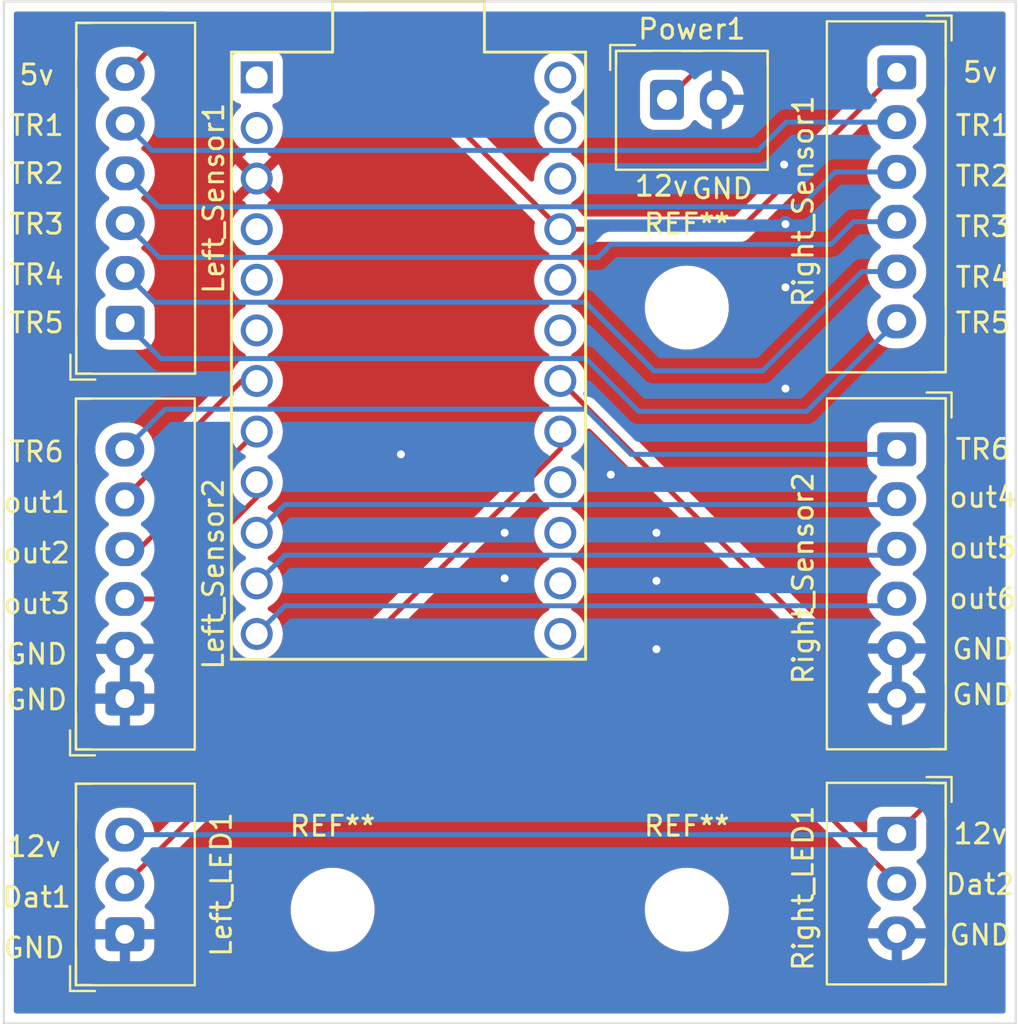
<source format=kicad_pcb>
(kicad_pcb (version 20211014) (generator pcbnew)
  (layers (0 "F.Cu" signal) (31 "B.Cu" signal) (34 "B.Paste" user) (35 "F.Paste" user) (36 "B.SilkS" user "B.Silkscreen") (37 "F.SilkS" user "F.Silkscreen") (38 "B.Mask" user) (39 "F.Mask" user) (44 "Edge.Cuts" user))
  (net 0 "")
  (net 1 "GND")
  (net 2 "/OUT2")
  (net 3 "/OUT1")
  (net 4 "/TWR6")
  (net 5 "/TWR5")
  (net 6 "/TWR4")
  (net 7 "/TWR3")
  (net 8 "/OUT5")
  (net 9 "/OUT4")
  (net 10 "/DATA1")
  (net 11 "+12V")
  (net 12 "+5V")
  (net 13 "/TWR1")
  (net 14 "/TWR2")
  (net 15 "/OUT3")
  (net 16 "/OUT6")
  (net 26 "/DATA2")
  (footprint "MountingHole:MountingHole_3.2mm_M3" (layer "F.Cu") (at 106.68 84.963)
    (fp_text reference "REF**" (at 0 -4.2) (layer "F.SilkS"))
    (fp_text value "MountingHole_3.2mm_M3")
    (pad "" np_thru_hole circle (at 0 0) (size 3.2 3.2) (drill 3.2) (layers *.Cu *.Mask))
  )
  (footprint "promicro:ProMicro-EnforcedTop" (layer "F.Cu") (at 92.71 57.15 -90)
    (fp_text reference "U1" hide)
    (fp_text value "ProMicro")
    (fp_line (start 15.24 -8.89) (end 15.24 8.89) (layer "F.SilkS") (width 0.15))
    (fp_line (start -15.24 8.89) (end -15.24 3.81) (layer "F.SilkS") (width 0.15))
    (fp_line (start -17.78 3.81) (end -17.78 -3.81) (layer "F.SilkS") (width 0.15))
    (fp_line (start -15.24 -8.89) (end 15.24 -8.89) (layer "F.SilkS") (width 0.15))
    (fp_line (start -15.24 3.81) (end -17.78 3.81) (layer "F.SilkS") (width 0.15))
    (fp_line (start -17.78 -3.81) (end -15.24 -3.81) (layer "F.SilkS") (width 0.15))
    (fp_line (start -15.24 8.89) (end 15.24 8.89) (layer "F.SilkS") (width 0.15))
    (fp_line (start -15.24 -3.81) (end -15.24 -8.89) (layer "F.SilkS") (width 0.15))
    (pad "1" thru_hole rect locked (at -13.97 7.62 270) (size 1.6 1.6) (drill 1.1) (layers *.Cu "B.Mask"))
    (pad "2" thru_hole circle locked (at -11.43 7.62 270) (size 1.6 1.6) (drill 1.1) (layers *.Cu "B.Mask"))
    (pad "3" thru_hole circle locked (at -8.89 7.62 270) (size 1.6 1.6) (drill 1.1) (layers *.Cu "B.Mask") (net 1 "GND"))
    (pad "4" thru_hole circle locked (at -6.35 7.62 270) (size 1.6 1.6) (drill 1.1) (layers *.Cu "B.Mask"))
    (pad "5" thru_hole circle locked (at -3.81 7.62 270) (size 1.6 1.6) (drill 1.1) (layers *.Cu "B.Mask"))
    (pad "6" thru_hole circle locked (at -1.27 7.62 270) (size 1.6 1.6) (drill 1.1) (layers *.Cu "B.Mask"))
    (pad "7" thru_hole circle locked (at 1.27 7.62 270) (size 1.6 1.6) (drill 1.1) (layers *.Cu "B.Mask") (net 3 "/OUT1"))
    (pad "8" thru_hole circle locked (at 3.81 7.62 270) (size 1.6 1.6) (drill 1.1) (layers *.Cu "B.Mask") (net 2 "/OUT2"))
    (pad "9" thru_hole circle locked (at 6.35 7.62 270) (size 1.6 1.6) (drill 1.1) (layers *.Cu "B.Mask") (net 15 "/OUT3"))
    (pad "10" thru_hole circle locked (at 8.89 7.62 270) (size 1.6 1.6) (drill 1.1) (layers *.Cu "B.Mask") (net 9 "/OUT4"))
    (pad "11" thru_hole circle locked (at 11.43 7.62 270) (size 1.6 1.6) (drill 1.1) (layers *.Cu "B.Mask") (net 8 "/OUT5"))
    (pad "12" thru_hole circle locked (at 13.97 7.62 270) (size 1.6 1.6) (drill 1.1) (layers *.Cu "B.Mask") (net 16 "/OUT6"))
    (pad "13" thru_hole circle locked (at 13.97 -7.62 270) (size 1.6 1.6) (drill 1.1) (layers *.Cu "B.Mask"))
    (pad "14" thru_hole circle locked (at 11.43 -7.62 270) (size 1.6 1.6) (drill 1.1) (layers *.Cu "B.Mask"))
    (pad "15" thru_hole circle locked (at 8.89 -7.62 270) (size 1.6 1.6) (drill 1.1) (layers *.Cu "B.Mask"))
    (pad "16" thru_hole circle locked (at 6.35 -7.62 270) (size 1.6 1.6) (drill 1.1) (layers *.Cu "B.Mask"))
    (pad "17" thru_hole circle locked (at 3.81 -7.62 270) (size 1.6 1.6) (drill 1.1) (layers *.Cu "B.Mask") (net 10 "/DATA1"))
    (pad "18" thru_hole circle locked (at 1.27 -7.62 270) (size 1.6 1.6) (drill 1.1) (layers *.Cu "B.Mask") (net 26 "/DATA2"))
    (pad "19" thru_hole circle locked (at -1.27 -7.62 270) (size 1.6 1.6) (drill 1.1) (layers *.Cu "B.Mask"))
    (pad "20" thru_hole circle locked (at -3.81 -7.62 270) (size 1.6 1.6) (drill 1.1) (layers *.Cu "B.Mask"))
    (pad "21" thru_hole circle locked (at -6.35 -7.62 270) (size 1.6 1.6) (drill 1.1) (layers *.Cu "B.Mask") (net 12 "+5V"))
    (pad "22" thru_hole circle locked (at -8.89 -7.62 270) (size 1.6 1.6) (drill 1.1) (layers *.Cu "B.Mask"))
    (pad "23" thru_hole circle locked (at -11.43 -7.62 270) (size 1.6 1.6) (drill 1.1) (layers *.Cu "B.Mask"))
    (pad "24" thru_hole circle locked (at -13.97 -7.62 270) (size 1.6 1.6) (drill 1.1) (layers *.Cu "B.Mask"))
  )
  (footprint "MountingHole:MountingHole_3.2mm_M3" (layer "F.Cu") (at 106.68 54.737)
    (fp_text reference "REF**" (at 0 -4.2) (layer "F.SilkS"))
    (fp_text value "MountingHole_3.2mm_M3")
    (pad "" np_thru_hole circle (at 0 0) (size 3.2 3.2) (drill 3.2) (layers *.Cu *.Mask))
  )
  (footprint "MountingHole:MountingHole_3.2mm_M3" (layer "F.Cu") (at 88.9 84.963)
    (fp_text reference "REF**" (at 0 -4.2) (layer "F.SilkS"))
    (fp_text value "MountingHole_3.2mm_M3")
    (pad "" np_thru_hole circle (at 0 0) (size 3.2 3.2) (drill 3.2) (layers *.Cu *.Mask))
  )
  (footprint "Connector_JST:JST_XH_B6B-XH-A_1x06_P2.50mm_Vertical" (layer "F.Cu") (at 78.486 55.499 90)
    (fp_text reference "Left_Sensor1" (at 6.25 4.445 90) (layer "F.SilkS"))
    (fp_text value "Left_Sensor1")
    (fp_line (start -2.56 -2.46) (end -2.56 3.51) (layer "F.SilkS") (width 0.12))
    (fp_line (start -1.6 -2.75) (end -2.85 -2.75) (layer "F.SilkS") (width 0.12))
    (fp_line (start -0.75 -2.45) (end -2.55 -2.45) (layer "F.SilkS") (width 0.12))
    (fp_line (start -2.55 -2.45) (end -2.55 -1.7) (layer "F.SilkS") (width 0.12))
    (fp_line (start 11.75 -2.45) (end 0.75 -2.45) (layer "F.SilkS") (width 0.12))
    (fp_line (start 15.06 -2.46) (end -2.56 -2.46) (layer "F.SilkS") (width 0.12))
    (fp_line (start -2.56 3.51) (end 15.06 3.51) (layer "F.SilkS") (width 0.12))
    (fp_line (start -2.85 -2.75) (end -2.85 -1.5) (layer "F.SilkS") (width 0.12))
    (fp_line (start 15.05 -2.45) (end 13.25 -2.45) (layer "F.SilkS") (width 0.12))
    (fp_line (start 15.05 -1.7) (end 15.05 -2.45) (layer "F.SilkS") (width 0.12))
    (fp_line (start 15.06 3.51) (end 15.06 -2.46) (layer "F.SilkS") (width 0.12))
    (pad "1" thru_hole roundrect locked (at 0 0 90) (size 1.7 1.95) (drill 0.95) (layers *.Cu *.Mask) (roundrect_rratio 0.1470588235) (net 5 "/TWR5"))
    (pad "2" thru_hole oval locked (at 2.5 0 90) (size 1.7 1.95) (drill 0.95) (layers *.Cu *.Mask) (net 6 "/TWR4"))
    (pad "3" thru_hole oval locked (at 5 0 90) (size 1.7 1.95) (drill 0.95) (layers *.Cu *.Mask) (net 7 "/TWR3"))
    (pad "4" thru_hole oval locked (at 7.5 0 90) (size 1.7 1.95) (drill 0.95) (layers *.Cu *.Mask) (net 14 "/TWR2"))
    (pad "5" thru_hole oval locked (at 10 0 90) (size 1.7 1.95) (drill 0.95) (layers *.Cu *.Mask) (net 13 "/TWR1"))
    (pad "6" thru_hole oval locked (at 12.5 0 90) (size 1.7 1.95) (drill 0.95) (layers *.Cu *.Mask) (net 12 "+5V"))
  )
  (footprint "Connector_JST:JST_XH_B2B-XH-A_1x02_P2.50mm_Vertical" (layer "F.Cu") (at 105.684 44.306)
    (fp_text reference "Power1" (at 1.25 -3.55) (layer "F.SilkS"))
    (fp_text value "Power")
    (fp_line (start -2.55 -2.45) (end -2.55 -1.7) (layer "F.SilkS") (width 0.12))
    (fp_line (start 5.05 -1.7) (end 5.05 -2.45) (layer "F.SilkS") (width 0.12))
    (fp_line (start 5.06 -2.46) (end -2.56 -2.46) (layer "F.SilkS") (width 0.12))
    (fp_line (start -2.56 3.51) (end 5.06 3.51) (layer "F.SilkS") (width 0.12))
    (fp_line (start 5.05 -2.45) (end 3.25 -2.45) (layer "F.SilkS") (width 0.12))
    (fp_line (start 5.06 3.51) (end 5.06 -2.46) (layer "F.SilkS") (width 0.12))
    (fp_line (start -2.56 -2.46) (end -2.56 3.51) (layer "F.SilkS") (width 0.12))
    (fp_line (start 1.75 -2.45) (end 0.75 -2.45) (layer "F.SilkS") (width 0.12))
    (fp_line (start -2.85 -2.75) (end -2.85 -1.5) (layer "F.SilkS") (width 0.12))
    (fp_line (start -0.75 -2.45) (end -2.55 -2.45) (layer "F.SilkS") (width 0.12))
    (fp_line (start -1.6 -2.75) (end -2.85 -2.75) (layer "F.SilkS") (width 0.12))
    (pad "1" thru_hole roundrect locked (at 0 0) (size 1.7 2) (drill 1) (layers *.Cu *.Mask) (roundrect_rratio 0.1470588235) (net 11 "+12V"))
    (pad "2" thru_hole oval locked (at 2.5 0) (size 1.7 2) (drill 1) (layers *.Cu *.Mask) (net 1 "GND"))
  )
  (footprint "Connector_JST:JST_XH_B3B-XH-A_1x03_P2.50mm_Vertical" (layer "F.Cu") (at 78.469 86.193 90)
    (fp_text reference "Left_LED1" (at 2.5 4.843 90) (layer "F.SilkS"))
    (fp_text value "Left_LED1")
    (fp_line (start -2.56 3.51) (end 7.56 3.51) (layer "F.SilkS") (width 0.12))
    (fp_line (start -0.75 -2.45) (end -2.55 -2.45) (layer "F.SilkS") (width 0.12))
    (fp_line (start 4.25 -2.45) (end 0.75 -2.45) (layer "F.SilkS") (width 0.12))
    (fp_line (start 7.56 3.51) (end 7.56 -2.46) (layer "F.SilkS") (width 0.12))
    (fp_line (start -2.55 -2.45) (end -2.55 -1.7) (layer "F.SilkS") (width 0.12))
    (fp_line (start 7.55 -2.45) (end 5.75 -2.45) (layer "F.SilkS") (width 0.12))
    (fp_line (start 7.56 -2.46) (end -2.56 -2.46) (layer "F.SilkS") (width 0.12))
    (fp_line (start -1.6 -2.75) (end -2.85 -2.75) (layer "F.SilkS") (width 0.12))
    (fp_line (start -2.85 -2.75) (end -2.85 -1.5) (layer "F.SilkS") (width 0.12))
    (fp_line (start 7.55 -1.7) (end 7.55 -2.45) (layer "F.SilkS") (width 0.12))
    (fp_line (start -2.56 -2.46) (end -2.56 3.51) (layer "F.SilkS") (width 0.12))
    (pad "1" thru_hole roundrect locked (at 0 0 90) (size 1.7 1.95) (drill 0.95) (layers *.Cu *.Mask) (roundrect_rratio 0.1470588235) (net 1 "GND"))
    (pad "2" thru_hole oval locked (at 2.5 0 90) (size 1.7 1.95) (drill 0.95) (layers *.Cu *.Mask) (net 10 "/DATA1"))
    (pad "3" thru_hole oval locked (at 5 0 90) (size 1.7 1.95) (drill 0.95) (layers *.Cu *.Mask) (net 11 "+12V"))
  )
  (footprint "Connector_JST:JST_XH_B6B-XH-A_1x06_P2.50mm_Vertical" (layer "F.Cu") (at 117.221 61.849 -90)
    (fp_text reference "Right_Sensor2" (at 6.477 4.699 90) (layer "F.SilkS"))
    (fp_text value "Right_Sensor2")
    (fp_line (start -2.55 -2.45) (end -2.55 -1.7) (layer "F.SilkS") (width 0.12))
    (fp_line (start -1.6 -2.75) (end -2.85 -2.75) (layer "F.SilkS") (width 0.12))
    (fp_line (start -2.85 -2.75) (end -2.85 -1.5) (layer "F.SilkS") (width 0.12))
    (fp_line (start -2.56 3.51) (end 15.06 3.51) (layer "F.SilkS") (width 0.12))
    (fp_line (start -2.56 -2.46) (end -2.56 3.51) (layer "F.SilkS") (width 0.12))
    (fp_line (start 15.06 3.51) (end 15.06 -2.46) (layer "F.SilkS") (width 0.12))
    (fp_line (start 11.75 -2.45) (end 0.75 -2.45) (layer "F.SilkS") (width 0.12))
    (fp_line (start -0.75 -2.45) (end -2.55 -2.45) (layer "F.SilkS") (width 0.12))
    (fp_line (start 15.06 -2.46) (end -2.56 -2.46) (layer "F.SilkS") (width 0.12))
    (fp_line (start 15.05 -1.7) (end 15.05 -2.45) (layer "F.SilkS") (width 0.12))
    (fp_line (start 15.05 -2.45) (end 13.25 -2.45) (layer "F.SilkS") (width 0.12))
    (pad "1" thru_hole roundrect locked (at 0 0 270) (size 1.7 1.95) (drill 0.95) (layers *.Cu *.Mask) (roundrect_rratio 0.1470588235) (net 4 "/TWR6"))
    (pad "2" thru_hole oval locked (at 2.5 0 270) (size 1.7 1.95) (drill 0.95) (layers *.Cu *.Mask) (net 9 "/OUT4"))
    (pad "3" thru_hole oval locked (at 5 0 270) (size 1.7 1.95) (drill 0.95) (layers *.Cu *.Mask) (net 8 "/OUT5"))
    (pad "4" thru_hole oval locked (at 7.5 0 270) (size 1.7 1.95) (drill 0.95) (layers *.Cu *.Mask) (net 16 "/OUT6"))
    (pad "5" thru_hole oval locked (at 10 0 270) (size 1.7 1.95) (drill 0.95) (layers *.Cu *.Mask) (net 1 "GND"))
    (pad "6" thru_hole oval locked (at 12.5 0 270) (size 1.7 1.95) (drill 0.95) (layers *.Cu *.Mask) (net 1 "GND"))
  )
  (footprint "Connector_JST:JST_XH_B6B-XH-A_1x06_P2.50mm_Vertical" (layer "F.Cu") (at 117.221 42.926 -90)
    (fp_text reference "Right_Sensor1" (at 6.477 4.699 90) (layer "F.SilkS"))
    (fp_text value "Right_Sensor1")
    (fp_line (start 15.06 -2.46) (end -2.56 -2.46) (layer "F.SilkS") (width 0.12))
    (fp_line (start -2.55 -2.45) (end -2.55 -1.7) (layer "F.SilkS") (width 0.12))
    (fp_line (start 15.05 -1.7) (end 15.05 -2.45) (layer "F.SilkS") (width 0.12))
    (fp_line (start -0.75 -2.45) (end -2.55 -2.45) (layer "F.SilkS") (width 0.12))
    (fp_line (start -1.6 -2.75) (end -2.85 -2.75) (layer "F.SilkS") (width 0.12))
    (fp_line (start 15.06 3.51) (end 15.06 -2.46) (layer "F.SilkS") (width 0.12))
    (fp_line (start -2.85 -2.75) (end -2.85 -1.5) (layer "F.SilkS") (width 0.12))
    (fp_line (start -2.56 3.51) (end 15.06 3.51) (layer "F.SilkS") (width 0.12))
    (fp_line (start 11.75 -2.45) (end 0.75 -2.45) (layer "F.SilkS") (width 0.12))
    (fp_line (start -2.56 -2.46) (end -2.56 3.51) (layer "F.SilkS") (width 0.12))
    (fp_line (start 15.05 -2.45) (end 13.25 -2.45) (layer "F.SilkS") (width 0.12))
    (pad "1" thru_hole roundrect (at 0 0 270) (size 1.7 1.95) (drill 0.95) (layers *.Cu *.Mask) (roundrect_rratio 0.1470588235) (net 12 "+5V"))
    (pad "2" thru_hole oval (at 2.5 0 270) (size 1.7 1.95) (drill 0.95) (layers *.Cu *.Mask) (net 13 "/TWR1"))
    (pad "3" thru_hole oval (at 5 0 270) (size 1.7 1.95) (drill 0.95) (layers *.Cu *.Mask) (net 14 "/TWR2"))
    (pad "4" thru_hole oval (at 7.5 0 270) (size 1.7 1.95) (drill 0.95) (layers *.Cu *.Mask) (net 7 "/TWR3"))
    (pad "5" thru_hole oval (at 10 0 270) (size 1.7 1.95) (drill 0.95) (layers *.Cu *.Mask) (net 6 "/TWR4"))
    (pad "6" thru_hole oval (at 12.5 0 270) (size 1.7 1.95) (drill 0.95) (layers *.Cu *.Mask) (net 5 "/TWR5"))
  )
  (footprint "Connector_JST:JST_XH_B3B-XH-A_1x03_P2.50mm_Vertical" (layer "F.Cu") (at 117.221 81.153 -90)
    (fp_text reference "Right_LED1" (at 2.727 4.699 90) (layer "F.SilkS"))
    (fp_text value "Right_LED1")
    (fp_line (start -0.75 -2.45) (end -2.55 -2.45) (layer "F.SilkS") (width 0.12))
    (fp_line (start 4.25 -2.45) (end 0.75 -2.45) (layer "F.SilkS") (width 0.12))
    (fp_line (start -1.6 -2.75) (end -2.85 -2.75) (layer "F.SilkS") (width 0.12))
    (fp_line (start -2.56 -2.46) (end -2.56 3.51) (layer "F.SilkS") (width 0.12))
    (fp_line (start 7.56 3.51) (end 7.56 -2.46) (layer "F.SilkS") (width 0.12))
    (fp_line (start 7.55 -2.45) (end 5.75 -2.45) (layer "F.SilkS") (width 0.12))
    (fp_line (start 7.56 -2.46) (end -2.56 -2.46) (layer "F.SilkS") (width 0.12))
    (fp_line (start -2.56 3.51) (end 7.56 3.51) (layer "F.SilkS") (width 0.12))
    (fp_line (start -2.85 -2.75) (end -2.85 -1.5) (layer "F.SilkS") (width 0.12))
    (fp_line (start 7.55 -1.7) (end 7.55 -2.45) (layer "F.SilkS") (width 0.12))
    (fp_line (start -2.55 -2.45) (end -2.55 -1.7) (layer "F.SilkS") (width 0.12))
    (pad "1" thru_hole roundrect (at 0 0 270) (size 1.7 1.95) (drill 0.95) (layers *.Cu *.Mask) (roundrect_rratio 0.1470588235) (net 11 "+12V"))
    (pad "2" thru_hole oval (at 2.5 0 270) (size 1.7 1.95) (drill 0.95) (layers *.Cu *.Mask) (net 26 "/DATA2"))
    (pad "3" thru_hole oval (at 5 0 270) (size 1.7 1.95) (drill 0.95) (layers *.Cu *.Mask) (net 1 "GND"))
  )
  (footprint "Connector_JST:JST_XH_B6B-XH-A_1x06_P2.50mm_Vertical" (layer "F.Cu") (at 78.469 74.362 90)
    (fp_text reference "Left_Sensor2" (at 6.25 4.445 90) (layer "F.SilkS"))
    (fp_text value "Left_Sensor1")
    (fp_line (start 15.06 -2.46) (end -2.56 -2.46) (layer "F.SilkS") (width 0.12))
    (fp_line (start -1.6 -2.75) (end -2.85 -2.75) (layer "F.SilkS") (width 0.12))
    (fp_line (start 11.75 -2.45) (end 0.75 -2.45) (layer "F.SilkS") (width 0.12))
    (fp_line (start 15.05 -2.45) (end 13.25 -2.45) (layer "F.SilkS") (width 0.12))
    (fp_line (start 15.06 3.51) (end 15.06 -2.46) (layer "F.SilkS") (width 0.12))
    (fp_line (start -0.75 -2.45) (end -2.55 -2.45) (layer "F.SilkS") (width 0.12))
    (fp_line (start -2.56 -2.46) (end -2.56 3.51) (layer "F.SilkS") (width 0.12))
    (fp_line (start -2.56 3.51) (end 15.06 3.51) (layer "F.SilkS") (width 0.12))
    (fp_line (start -2.85 -2.75) (end -2.85 -1.5) (layer "F.SilkS") (width 0.12))
    (fp_line (start 15.05 -1.7) (end 15.05 -2.45) (layer "F.SilkS") (width 0.12))
    (fp_line (start -2.55 -2.45) (end -2.55 -1.7) (layer "F.SilkS") (width 0.12))
    (pad "1" thru_hole roundrect locked (at 0 0 90) (size 1.7 1.95) (drill 0.95) (layers *.Cu *.Mask) (roundrect_rratio 0.1470588235) (net 1 "GND"))
    (pad "2" thru_hole oval locked (at 2.5 0 90) (size 1.7 1.95) (drill 0.95) (layers *.Cu *.Mask) (net 1 "GND"))
    (pad "3" thru_hole oval locked (at 5 0 90) (size 1.7 1.95) (drill 0.95) (layers *.Cu *.Mask) (net 15 "/OUT3"))
    (pad "4" thru_hole oval locked (at 7.5 0 90) (size 1.7 1.95) (drill 0.95) (layers *.Cu *.Mask) (net 2 "/OUT2"))
    (pad "5" thru_hole oval locked (at 10 0 90) (size 1.7 1.95) (drill 0.95) (layers *.Cu *.Mask) (net 3 "/OUT1"))
    (pad "6" thru_hole oval locked (at 12.5 0 90) (size 1.7 1.95) (drill 0.95) (layers *.Cu *.Mask) (net 4 "/TWR6"))
  )
  (gr_rect locked (start 72.39 39.37) (end 123.19 90.678) (layer "Edge.Cuts") (width 0.1) (fill none))
  (gr_text "TR5" (at 121.539 55.499) (layer "F.SilkS") (effects (font (size 1 1))))
  (gr_text "TR3" (at 121.539 50.673) (layer "F.SilkS") (effects (font (size 1 1))))
  (gr_text "TR4" (at 74.041 53.086) (layer "F.SilkS") (effects (font (size 1 1))))
  (gr_text "12v" (at 73.914 81.794) (layer "F.SilkS") (effects (font (size 1 1))))
  (gr_text "12v" (at 121.412 81.153) (layer "F.SilkS") (effects (font (size 1 1))))
  (gr_text "GND" (at 121.539 71.882) (layer "F.SilkS") (effects (font (size 1 1))))
  (gr_text "TR1" (at 74.041 45.593) (layer "F.SilkS") (effects (font (size 1 1))))
  (gr_text "GND" (at 108.458 48.768) (layer "F.SilkS") (effects (font (size 1 1))))
  (gr_text "5v" (at 74.041 43.053) (layer "F.SilkS") (effects (font (size 1 1))))
  (gr_text "out6" (at 121.539 69.342) (layer "F.SilkS") (effects (font (size 1 1))))
  (gr_text "12v" (at 105.41 48.641) (layer "F.SilkS") (effects (font (size 1 1))))
  (gr_text "out4" (at 121.539 64.262) (layer "F.SilkS") (effects (font (size 1 1))))
  (gr_text "GND" (at 74.041 72.136) (layer "F.SilkS") (effects (font (size 1 1))))
  (gr_text "TR3" (at 74.041 50.546) (layer "F.SilkS") (effects (font (size 1 1))))
  (gr_text "TR4" (at 121.539 53.213) (layer "F.SilkS") (effects (font (size 1 1))))
  (gr_text "TR5" (at 74.041 55.499) (layer "F.SilkS") (effects (font (size 1 1))))
  (gr_text "Dat2" (at 121.412 83.693) (layer "F.SilkS") (effects (font (size 1 1))))
  (gr_text "out1" (at 74.041 64.516) (layer "F.SilkS") (effects (font (size 1 1))))
  (gr_text "GND" (at 73.914 86.874) (layer "F.SilkS") (effects (font (size 1 1))))
  (gr_text "out3" (at 74.041 69.596) (layer "F.SilkS") (effects (font (size 1 1))))
  (gr_text "GND" (at 121.412 86.233) (layer "F.SilkS") (effects (font (size 1 1))))
  (gr_text "TR6" (at 121.539 61.849) (layer "F.SilkS") (effects (font (size 1 1))))
  (gr_text "TR2" (at 121.539 48.133) (layer "F.SilkS") (effects (font (size 1 1))))
  (gr_text "Dat1" (at 74.041 84.334) (layer "F.SilkS") (effects (font (size 1 1))))
  (gr_text "GND" (at 74.041 74.422) (layer "F.SilkS") (effects (font (size 1 1))))
  (gr_text "TR1" (at 121.539 45.593) (layer "F.SilkS") (effects (font (size 1 1))))
  (gr_text "GND" (at 121.539 74.168) (layer "F.SilkS") (effects (font (size 1 1))))
  (gr_text "out2" (at 74.041 67.056) (layer "F.SilkS") (effects (font (size 1 1))))
  (gr_text "TR6" (at 74.041 61.976) (layer "F.SilkS") (effects (font (size 1 1))))
  (gr_text "5v" (at 121.412 42.926) (layer "F.SilkS") (effects (font (size 1 1))))
  (gr_text "out5" (at 121.539 66.802) (layer "F.SilkS") (effects (font (size 1 1))))
  (gr_text "TR2" (at 74.041 48.006) (layer "F.SilkS") (effects (font (size 1 1))))
  (via (at 111.633 53.721) (size 0.8) (drill 0.4) (layers "F.Cu" "B.Cu") (net 1))
  (via locked (at 105.156 71.882) (size 0.8) (drill 0.4) (layers "F.Cu" "B.Cu") (net 1))
  (via (at 97.536 68.326) (size 0.8) (drill 0.4) (layers "F.Cu" "B.Cu") (net 1))
  (via (at 102.865701 63.123299) (size 0.8) (drill 0.4) (layers "F.Cu" "B.Cu") (net 1))
  (via (at 92.329 62.103) (size 0.8) (drill 0.4) (layers "F.Cu" "B.Cu") (net 1))
  (via (at 105.156 68.453) (size 0.8) (drill 0.4) (layers "F.Cu" "B.Cu") (net 1))
  (via (at 111.5652 47.5572) (size 0.8) (drill 0.4) (layers "F.Cu" "B.Cu") (net 1))
  (via locked (at 105.156 66.04) (size 0.8) (drill 0.4) (layers "F.Cu" "B.Cu") (net 1))
  (via (at 111.633 58.801) (size 0.8) (drill 0.4) (layers "F.Cu" "B.Cu") (net 1))
  (via locked (at 97.536 66.04) (size 0.8) (drill 0.4) (layers "F.Cu" "B.Cu") (net 1))
  (via (at 111.633 50.546) (size 0.8) (drill 0.4) (layers "F.Cu" "B.Cu") (net 1))
  (segment (start 78.469 66.862) (end 79.188 66.862) (width 0.25) (layer "F.Cu") (net 2))
  (segment (start 79.188 66.862) (end 85.09 60.96) (width 0.25) (layer "F.Cu") (net 2))
  (segment (start 78.469 64.362) (end 78.469 64.279) (width 0.25) (layer "F.Cu") (net 3))
  (segment (start 78.469 64.279) (end 84.328 58.42) (width 0.25) (layer "F.Cu") (net 3))
  (segment (start 84.328 58.42) (end 85.09 58.42) (width 0.25) (layer "F.Cu") (net 3))
  (segment (start 78.469 61.862) (end 78.691511 62.084511) (width 0.25) (layer "B.Cu") (net 4))
  (segment (start 101.618489 59.835489) (end 103.886 62.103) (width 0.25) (layer "B.Cu") (net 4))
  (segment (start 103.886 62.103) (end 116.967 62.103) (width 0.25) (layer "B.Cu") (net 4))
  (segment (start 80.495511 59.835489) (end 101.618489 59.835489) (width 0.25) (layer "B.Cu") (net 4))
  (segment (start 78.469 61.862) (end 80.495511 59.835489) (width 0.25) (layer "B.Cu") (net 4))
  (segment (start 117.094 61.722) (end 117.221 61.849) (width 0.25) (layer "B.Cu") (net 4))
  (segment (start 116.967 62.103) (end 117.221 61.849) (width 0.25) (layer "B.Cu") (net 4))
  (segment (start 78.486 55.499) (end 80.282489 57.295489) (width 0.25) (layer "B.Cu") (net 5))
  (segment (start 104.267 59.944) (end 112.703 59.944) (width 0.25) (layer "B.Cu") (net 5))
  (segment (start 80.282489 57.295489) (end 101.618489 57.295489) (width 0.25) (layer "B.Cu") (net 5))
  (segment (start 112.703 59.944) (end 117.221 55.426) (width 0.25) (layer "B.Cu") (net 5))
  (segment (start 101.618489 57.295489) (end 104.267 59.944) (width 0.25) (layer "B.Cu") (net 5))
  (segment (start 110.49 57.912) (end 115.476 52.926) (width 0.25) (layer "B.Cu") (net 6))
  (segment (start 105.029 57.912) (end 110.49 57.912) (width 0.25) (layer "B.Cu") (net 6))
  (segment (start 115.476 52.926) (end 117.221 52.926) (width 0.25) (layer "B.Cu") (net 6))
  (segment (start 79.951511 54.464511) (end 101.581511 54.464511) (width 0.25) (layer "B.Cu") (net 6))
  (segment (start 101.581511 54.464511) (end 105.029 57.912) (width 0.25) (layer "B.Cu") (net 6))
  (segment (start 78.486 52.999) (end 79.951511 54.464511) (width 0.25) (layer "B.Cu") (net 6))
  (segment (start 113.9225 51.562) (end 115.0585 50.426) (width 0.25) (layer "B.Cu") (net 7))
  (segment (start 102.87 51.562) (end 113.9225 51.562) (width 0.25) (layer "B.Cu") (net 7))
  (segment (start 80.202489 52.215489) (end 102.216511 52.215489) (width 0.25) (layer "B.Cu") (net 7))
  (segment (start 102.216511 52.215489) (end 102.87 51.562) (width 0.25) (layer "B.Cu") (net 7))
  (segment (start 115.0585 50.426) (end 117.221 50.426) (width 0.25) (layer "B.Cu") (net 7))
  (segment (start 78.486 50.499) (end 80.202489 52.215489) (width 0.25) (layer "B.Cu") (net 7))
  (segment (start 86.505489 67.164511) (end 85.09 68.58) (width 0.25) (layer "B.Cu") (net 8))
  (segment (start 117.221 66.849) (end 116.905489 67.164511) (width 0.25) (layer "B.Cu") (net 8))
  (segment (start 116.905489 67.164511) (end 86.505489 67.164511) (width 0.25) (layer "B.Cu") (net 8))
  (segment (start 116.945489 64.624511) (end 86.505489 64.624511) (width 0.25) (layer "B.Cu") (net 9))
  (segment (start 117.221 64.349) (end 116.945489 64.624511) (width 0.25) (layer "B.Cu") (net 9))
  (segment (start 86.505489 64.624511) (end 85.09 66.04) (width 0.25) (layer "B.Cu") (net 9))
  (segment (start 100.33 61.832) (end 100.33 60.96) (width 0.25) (layer "F.Cu") (net 10))
  (segment (start 78.469 83.693) (end 100.33 61.832) (width 0.25) (layer "F.Cu") (net 10))
  (segment (start 109.858 40.132) (end 118.618 40.132) (width 0.25) (layer "F.Cu") (net 11))
  (segment (start 118.618 40.132) (end 119.888 41.402) (width 0.25) (layer "F.Cu") (net 11))
  (segment (start 117.181 81.193) (end 117.221 81.153) (width 0.25) (layer "F.Cu") (net 11))
  (segment (start 119.888 78.486) (end 117.221 81.153) (width 0.25) (layer "F.Cu") (net 11))
  (segment (start 119.888 41.402) (end 119.888 78.486) (width 0.25) (layer "F.Cu") (net 11))
  (segment (start 105.684 44.306) (end 109.858 40.132) (width 0.25) (layer "F.Cu") (net 11))
  (segment (start 78.469 81.193) (end 117.181 81.193) (width 0.25) (layer "B.Cu") (net 11))
  (segment (start 117.181 81.193) (end 117.221 81.153) (width 0.25) (layer "B.Cu") (net 11))
  (segment (start 78.486 42.999) (end 81.226 40.259) (width 0.25) (layer "F.Cu") (net 12))
  (segment (start 81.226 40.259) (end 89.789 40.259) (width 0.25) (layer "F.Cu") (net 12))
  (segment (start 109.347 50.8) (end 117.221 42.926) (width 0.25) (layer "F.Cu") (net 12))
  (segment (start 100.33 50.8) (end 109.347 50.8) (width 0.25) (layer "F.Cu") (net 12))
  (segment (start 89.789 40.259) (end 100.33 50.8) (width 0.25) (layer "F.Cu") (net 12))
  (segment (start 111.673 45.426) (end 117.221 45.426) (width 0.25) (layer "B.Cu") (net 13))
  (segment (start 110.254489 46.844511) (end 111.673 45.426) (width 0.25) (layer "B.Cu") (net 13))
  (segment (start 79.831511 46.844511) (end 110.254489 46.844511) (width 0.25) (layer "B.Cu") (net 13))
  (segment (start 78.486 45.499) (end 79.831511 46.844511) (width 0.25) (layer "B.Cu") (net 13))
  (segment (start 80.162489 49.675489) (end 112.376511 49.675489) (width 0.25) (layer "B.Cu") (net 14))
  (segment (start 78.486 47.999) (end 80.162489 49.675489) (width 0.25) (layer "B.Cu") (net 14))
  (segment (start 114.126 47.926) (end 117.221 47.926) (width 0.25) (layer "B.Cu") (net 14))
  (segment (start 112.376511 49.675489) (end 114.126 47.926) (width 0.25) (layer "B.Cu") (net 14))
  (segment (start 78.469 69.362) (end 79.99 69.362) (width 0.25) (layer "F.Cu") (net 15))
  (segment (start 85.09 64.262) (end 85.09 63.5) (width 0.25) (layer "F.Cu") (net 15))
  (segment (start 79.99 69.362) (end 85.09 64.262) (width 0.25) (layer "F.Cu") (net 15))
  (segment (start 117.221 69.349) (end 116.865489 69.704511) (width 0.25) (layer "B.Cu") (net 16))
  (segment (start 86.505489 69.704511) (end 85.09 71.12) (width 0.25) (layer "B.Cu") (net 16))
  (segment (start 116.865489 69.704511) (end 86.505489 69.704511) (width 0.25) (layer "B.Cu") (net 16))
  (segment (start 113.411 79.843) (end 113.411 71.501) (width 0.25) (layer "F.Cu") (net 26))
  (segment (start 117.221 83.653) (end 113.411 79.843) (width 0.25) (layer "F.Cu") (net 26))
  (segment (start 113.411 71.501) (end 100.33 58.42) (width 0.25) (layer "F.Cu") (net 26))
  (zone (net 1) (net_name "GND") (layer "F.Cu") (connect_pads (clearance 0.508)) (min_thickness 0.254) (fill yes (thermal_gap 0.508) (thermal_bridge_width 0.508))
    (polygon (pts (xy 123.19 90.678) (xy 72.39 90.678) (xy 72.39 39.37) (xy 123.19 39.37)))
  )
  (zone (net 1) (net_name "GND") (layer "B.Cu") (connect_pads (clearance 0.508)) (min_thickness 0.254) (fill yes (thermal_gap 0.508) (thermal_bridge_width 0.508))
    (polygon (pts (xy 123.19 90.678) (xy 72.39 90.678) (xy 72.39 39.37) (xy 123.19 39.37)))
  )
)
</source>
